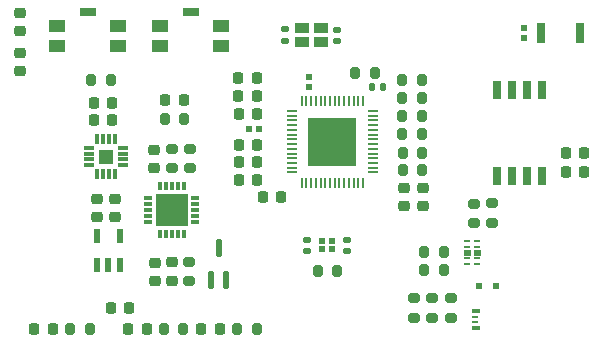
<source format=gbr>
%TF.GenerationSoftware,KiCad,Pcbnew,9.0.2-9.0.2-0~ubuntu22.04.1*%
%TF.CreationDate,2025-07-24T10:37:48-04:00*%
%TF.ProjectId,jarvis,6a617276-6973-42e6-9b69-6361645f7063,rev?*%
%TF.SameCoordinates,Original*%
%TF.FileFunction,Paste,Top*%
%TF.FilePolarity,Positive*%
%FSLAX46Y46*%
G04 Gerber Fmt 4.6, Leading zero omitted, Abs format (unit mm)*
G04 Created by KiCad (PCBNEW 9.0.2-9.0.2-0~ubuntu22.04.1) date 2025-07-24 10:37:48*
%MOMM*%
%LPD*%
G01*
G04 APERTURE LIST*
G04 Aperture macros list*
%AMRoundRect*
0 Rectangle with rounded corners*
0 $1 Rounding radius*
0 $2 $3 $4 $5 $6 $7 $8 $9 X,Y pos of 4 corners*
0 Add a 4 corners polygon primitive as box body*
4,1,4,$2,$3,$4,$5,$6,$7,$8,$9,$2,$3,0*
0 Add four circle primitives for the rounded corners*
1,1,$1+$1,$2,$3*
1,1,$1+$1,$4,$5*
1,1,$1+$1,$6,$7*
1,1,$1+$1,$8,$9*
0 Add four rect primitives between the rounded corners*
20,1,$1+$1,$2,$3,$4,$5,0*
20,1,$1+$1,$4,$5,$6,$7,0*
20,1,$1+$1,$6,$7,$8,$9,0*
20,1,$1+$1,$8,$9,$2,$3,0*%
G04 Aperture macros list end*
%ADD10C,0.010000*%
%ADD11R,0.711200X0.304800*%
%ADD12R,0.508000X0.254000*%
%ADD13RoundRect,0.200000X0.275000X-0.200000X0.275000X0.200000X-0.275000X0.200000X-0.275000X-0.200000X0*%
%ADD14RoundRect,0.218750X-0.218750X-0.256250X0.218750X-0.256250X0.218750X0.256250X-0.218750X0.256250X0*%
%ADD15R,1.450000X1.000000*%
%ADD16R,1.400000X0.650000*%
%ADD17RoundRect,0.200000X-0.200000X-0.275000X0.200000X-0.275000X0.200000X0.275000X-0.200000X0.275000X0*%
%ADD18RoundRect,0.112500X-0.112500X-0.637500X0.112500X-0.637500X0.112500X0.637500X-0.112500X0.637500X0*%
%ADD19R,0.600000X0.540000*%
%ADD20R,0.762000X1.701800*%
%ADD21R,2.800000X2.800000*%
%ADD22R,0.800000X0.300000*%
%ADD23R,0.300000X0.800000*%
%ADD24R,0.520000X0.470000*%
%ADD25RoundRect,0.225000X0.225000X0.250000X-0.225000X0.250000X-0.225000X-0.250000X0.225000X-0.250000X0*%
%ADD26RoundRect,0.225000X-0.225000X-0.250000X0.225000X-0.250000X0.225000X0.250000X-0.225000X0.250000X0*%
%ADD27R,0.300000X0.850000*%
%ADD28R,0.850000X0.300000*%
%ADD29R,1.250000X1.250000*%
%ADD30RoundRect,0.225000X0.250000X-0.225000X0.250000X0.225000X-0.250000X0.225000X-0.250000X-0.225000X0*%
%ADD31R,1.200000X0.850000*%
%ADD32RoundRect,0.140000X-0.140000X-0.170000X0.140000X-0.170000X0.140000X0.170000X-0.140000X0.170000X0*%
%ADD33RoundRect,0.140000X-0.170000X0.140000X-0.170000X-0.140000X0.170000X-0.140000X0.170000X0.140000X0*%
%ADD34RoundRect,0.200000X-0.275000X0.200000X-0.275000X-0.200000X0.275000X-0.200000X0.275000X0.200000X0*%
%ADD35RoundRect,0.050000X0.232500X0.050000X-0.232500X0.050000X-0.232500X-0.050000X0.232500X-0.050000X0*%
%ADD36RoundRect,0.225000X-0.250000X0.225000X-0.250000X-0.225000X0.250000X-0.225000X0.250000X0.225000X0*%
%ADD37RoundRect,0.200000X0.200000X0.275000X-0.200000X0.275000X-0.200000X-0.275000X0.200000X-0.275000X0*%
%ADD38R,0.540000X0.600000*%
%ADD39R,0.500000X0.600000*%
%ADD40R,0.600000X1.250000*%
%ADD41R,0.650000X1.650000*%
%ADD42R,0.850000X0.200000*%
%ADD43R,0.200000X0.850000*%
%ADD44R,4.050000X4.050000*%
%ADD45RoundRect,0.140000X0.170000X-0.140000X0.170000X0.140000X-0.170000X0.140000X-0.170000X-0.140000X0*%
G04 APERTURE END LIST*
D10*
%TO.C,U1*%
X172225500Y-122321000D02*
X172227500Y-122321000D01*
X172230500Y-122322000D01*
X172232500Y-122322000D01*
X172235500Y-122323000D01*
X172237500Y-122324000D01*
X172240500Y-122325000D01*
X172242500Y-122327000D01*
X172244500Y-122328000D01*
X172246500Y-122330000D01*
X172248500Y-122331000D01*
X172250500Y-122333000D01*
X172252500Y-122335000D01*
X172254500Y-122337000D01*
X172256500Y-122339000D01*
X172257500Y-122341000D01*
X172259500Y-122343000D01*
X172260500Y-122345000D01*
X172262500Y-122347000D01*
X172263500Y-122350000D01*
X172264500Y-122352000D01*
X172265500Y-122355000D01*
X172265500Y-122357000D01*
X172266500Y-122360000D01*
X172266500Y-122362000D01*
X172267500Y-122365000D01*
X172267500Y-122367000D01*
X172267500Y-122370000D01*
X172267500Y-122630000D01*
X172267500Y-122633000D01*
X172267500Y-122635000D01*
X172266500Y-122638000D01*
X172266500Y-122640000D01*
X172265500Y-122643000D01*
X172265500Y-122645000D01*
X172264500Y-122648000D01*
X172263500Y-122650000D01*
X172262500Y-122653000D01*
X172260500Y-122655000D01*
X172259500Y-122657000D01*
X172257500Y-122659000D01*
X172256500Y-122661000D01*
X172254500Y-122663000D01*
X172252500Y-122665000D01*
X172250500Y-122667000D01*
X172248500Y-122669000D01*
X172246500Y-122670000D01*
X172244500Y-122672000D01*
X172242500Y-122673000D01*
X172240500Y-122675000D01*
X172237500Y-122676000D01*
X172235500Y-122677000D01*
X172232500Y-122678000D01*
X172230500Y-122678000D01*
X172227500Y-122679000D01*
X172225500Y-122679000D01*
X172222500Y-122680000D01*
X172220500Y-122680000D01*
X172217500Y-122680000D01*
X171750500Y-122680000D01*
X171747500Y-122680000D01*
X171745500Y-122680000D01*
X171742500Y-122679000D01*
X171740500Y-122679000D01*
X171737500Y-122678000D01*
X171735500Y-122678000D01*
X171732500Y-122677000D01*
X171730500Y-122676000D01*
X171728500Y-122675000D01*
X171726500Y-122674000D01*
X171724500Y-122672000D01*
X171722500Y-122671000D01*
X171720500Y-122669000D01*
X171718500Y-122668000D01*
X171716500Y-122666000D01*
X171714500Y-122664000D01*
X171713500Y-122662000D01*
X171711500Y-122660000D01*
X171710500Y-122658000D01*
X171708500Y-122656000D01*
X171707500Y-122654000D01*
X171706500Y-122652000D01*
X171705500Y-122650000D01*
X171704500Y-122647000D01*
X171704500Y-122645000D01*
X171703500Y-122642000D01*
X171703500Y-122640000D01*
X171702500Y-122637000D01*
X171702500Y-122635000D01*
X171702500Y-122633000D01*
X171702500Y-122370000D01*
X171702500Y-122367000D01*
X171702500Y-122365000D01*
X171703500Y-122362000D01*
X171703500Y-122360000D01*
X171704500Y-122357000D01*
X171704500Y-122355000D01*
X171705500Y-122352000D01*
X171706500Y-122350000D01*
X171707500Y-122347000D01*
X171709500Y-122345000D01*
X171710500Y-122343000D01*
X171712500Y-122341000D01*
X171713500Y-122339000D01*
X171715500Y-122337000D01*
X171717500Y-122335000D01*
X171719500Y-122333000D01*
X171721500Y-122331000D01*
X171723500Y-122330000D01*
X171725500Y-122328000D01*
X171727500Y-122327000D01*
X171729500Y-122325000D01*
X171732500Y-122324000D01*
X171734500Y-122323000D01*
X171737500Y-122322000D01*
X171739500Y-122322000D01*
X171742500Y-122321000D01*
X171744500Y-122321000D01*
X171747500Y-122320000D01*
X171749500Y-122320000D01*
X171752500Y-122320000D01*
X172217500Y-122320000D01*
X172220500Y-122320000D01*
X172222500Y-122320000D01*
X172225500Y-122321000D01*
G36*
X172225500Y-122321000D02*
G01*
X172227500Y-122321000D01*
X172230500Y-122322000D01*
X172232500Y-122322000D01*
X172235500Y-122323000D01*
X172237500Y-122324000D01*
X172240500Y-122325000D01*
X172242500Y-122327000D01*
X172244500Y-122328000D01*
X172246500Y-122330000D01*
X172248500Y-122331000D01*
X172250500Y-122333000D01*
X172252500Y-122335000D01*
X172254500Y-122337000D01*
X172256500Y-122339000D01*
X172257500Y-122341000D01*
X172259500Y-122343000D01*
X172260500Y-122345000D01*
X172262500Y-122347000D01*
X172263500Y-122350000D01*
X172264500Y-122352000D01*
X172265500Y-122355000D01*
X172265500Y-122357000D01*
X172266500Y-122360000D01*
X172266500Y-122362000D01*
X172267500Y-122365000D01*
X172267500Y-122367000D01*
X172267500Y-122370000D01*
X172267500Y-122630000D01*
X172267500Y-122633000D01*
X172267500Y-122635000D01*
X172266500Y-122638000D01*
X172266500Y-122640000D01*
X172265500Y-122643000D01*
X172265500Y-122645000D01*
X172264500Y-122648000D01*
X172263500Y-122650000D01*
X172262500Y-122653000D01*
X172260500Y-122655000D01*
X172259500Y-122657000D01*
X172257500Y-122659000D01*
X172256500Y-122661000D01*
X172254500Y-122663000D01*
X172252500Y-122665000D01*
X172250500Y-122667000D01*
X172248500Y-122669000D01*
X172246500Y-122670000D01*
X172244500Y-122672000D01*
X172242500Y-122673000D01*
X172240500Y-122675000D01*
X172237500Y-122676000D01*
X172235500Y-122677000D01*
X172232500Y-122678000D01*
X172230500Y-122678000D01*
X172227500Y-122679000D01*
X172225500Y-122679000D01*
X172222500Y-122680000D01*
X172220500Y-122680000D01*
X172217500Y-122680000D01*
X171750500Y-122680000D01*
X171747500Y-122680000D01*
X171745500Y-122680000D01*
X171742500Y-122679000D01*
X171740500Y-122679000D01*
X171737500Y-122678000D01*
X171735500Y-122678000D01*
X171732500Y-122677000D01*
X171730500Y-122676000D01*
X171728500Y-122675000D01*
X171726500Y-122674000D01*
X171724500Y-122672000D01*
X171722500Y-122671000D01*
X171720500Y-122669000D01*
X171718500Y-122668000D01*
X171716500Y-122666000D01*
X171714500Y-122664000D01*
X171713500Y-122662000D01*
X171711500Y-122660000D01*
X171710500Y-122658000D01*
X171708500Y-122656000D01*
X171707500Y-122654000D01*
X171706500Y-122652000D01*
X171705500Y-122650000D01*
X171704500Y-122647000D01*
X171704500Y-122645000D01*
X171703500Y-122642000D01*
X171703500Y-122640000D01*
X171702500Y-122637000D01*
X171702500Y-122635000D01*
X171702500Y-122633000D01*
X171702500Y-122370000D01*
X171702500Y-122367000D01*
X171702500Y-122365000D01*
X171703500Y-122362000D01*
X171703500Y-122360000D01*
X171704500Y-122357000D01*
X171704500Y-122355000D01*
X171705500Y-122352000D01*
X171706500Y-122350000D01*
X171707500Y-122347000D01*
X171709500Y-122345000D01*
X171710500Y-122343000D01*
X171712500Y-122341000D01*
X171713500Y-122339000D01*
X171715500Y-122337000D01*
X171717500Y-122335000D01*
X171719500Y-122333000D01*
X171721500Y-122331000D01*
X171723500Y-122330000D01*
X171725500Y-122328000D01*
X171727500Y-122327000D01*
X171729500Y-122325000D01*
X171732500Y-122324000D01*
X171734500Y-122323000D01*
X171737500Y-122322000D01*
X171739500Y-122322000D01*
X171742500Y-122321000D01*
X171744500Y-122321000D01*
X171747500Y-122320000D01*
X171749500Y-122320000D01*
X171752500Y-122320000D01*
X172217500Y-122320000D01*
X172220500Y-122320000D01*
X172222500Y-122320000D01*
X172225500Y-122321000D01*
G37*
X173060500Y-122321000D02*
X173062500Y-122321000D01*
X173065500Y-122322000D01*
X173067500Y-122322000D01*
X173070500Y-122323000D01*
X173072500Y-122324000D01*
X173075500Y-122325000D01*
X173077500Y-122327000D01*
X173079500Y-122328000D01*
X173081500Y-122330000D01*
X173083500Y-122331000D01*
X173085500Y-122333000D01*
X173087500Y-122335000D01*
X173089500Y-122337000D01*
X173091500Y-122339000D01*
X173092500Y-122341000D01*
X173094500Y-122343000D01*
X173095500Y-122345000D01*
X173097500Y-122347000D01*
X173098500Y-122350000D01*
X173099500Y-122352000D01*
X173100500Y-122355000D01*
X173100500Y-122357000D01*
X173101500Y-122360000D01*
X173101500Y-122362000D01*
X173102500Y-122365000D01*
X173102500Y-122367000D01*
X173102500Y-122370000D01*
X173102500Y-122630000D01*
X173102500Y-122633000D01*
X173102500Y-122635000D01*
X173101500Y-122638000D01*
X173101500Y-122640000D01*
X173100500Y-122643000D01*
X173100500Y-122645000D01*
X173099500Y-122648000D01*
X173098500Y-122650000D01*
X173097500Y-122653000D01*
X173095500Y-122655000D01*
X173094500Y-122657000D01*
X173092500Y-122659000D01*
X173091500Y-122661000D01*
X173089500Y-122663000D01*
X173087500Y-122665000D01*
X173085500Y-122667000D01*
X173083500Y-122669000D01*
X173081500Y-122670000D01*
X173079500Y-122672000D01*
X173077500Y-122673000D01*
X173075500Y-122675000D01*
X173072500Y-122676000D01*
X173070500Y-122677000D01*
X173067500Y-122678000D01*
X173065500Y-122678000D01*
X173062500Y-122679000D01*
X173060500Y-122679000D01*
X173057500Y-122680000D01*
X173055500Y-122680000D01*
X173052500Y-122680000D01*
X172584500Y-122680000D01*
X172582500Y-122680000D01*
X172580500Y-122680000D01*
X172577500Y-122679000D01*
X172575500Y-122679000D01*
X172572500Y-122678000D01*
X172570500Y-122678000D01*
X172567500Y-122677000D01*
X172565500Y-122676000D01*
X172563500Y-122675000D01*
X172561500Y-122674000D01*
X172559500Y-122672000D01*
X172557500Y-122671000D01*
X172555500Y-122669000D01*
X172553500Y-122668000D01*
X172551500Y-122666000D01*
X172549500Y-122664000D01*
X172548500Y-122662000D01*
X172546500Y-122660000D01*
X172545500Y-122658000D01*
X172543500Y-122656000D01*
X172542500Y-122654000D01*
X172541500Y-122652000D01*
X172540500Y-122650000D01*
X172539500Y-122647000D01*
X172539500Y-122645000D01*
X172538500Y-122642000D01*
X172538500Y-122640000D01*
X172537500Y-122637000D01*
X172537500Y-122635000D01*
X172537500Y-122633000D01*
X172537500Y-122370000D01*
X172537500Y-122367000D01*
X172537500Y-122365000D01*
X172538500Y-122362000D01*
X172538500Y-122360000D01*
X172539500Y-122357000D01*
X172539500Y-122355000D01*
X172540500Y-122352000D01*
X172541500Y-122350000D01*
X172542500Y-122347000D01*
X172544500Y-122345000D01*
X172545500Y-122343000D01*
X172547500Y-122341000D01*
X172548500Y-122339000D01*
X172550500Y-122337000D01*
X172552500Y-122335000D01*
X172554500Y-122333000D01*
X172556500Y-122331000D01*
X172558500Y-122330000D01*
X172560500Y-122328000D01*
X172562500Y-122327000D01*
X172564500Y-122325000D01*
X172567500Y-122324000D01*
X172569500Y-122323000D01*
X172572500Y-122322000D01*
X172574500Y-122322000D01*
X172577500Y-122321000D01*
X172579500Y-122321000D01*
X172582500Y-122320000D01*
X172584500Y-122320000D01*
X172587500Y-122320000D01*
X173052500Y-122320000D01*
X173055500Y-122320000D01*
X173057500Y-122320000D01*
X173060500Y-122321000D01*
G36*
X173060500Y-122321000D02*
G01*
X173062500Y-122321000D01*
X173065500Y-122322000D01*
X173067500Y-122322000D01*
X173070500Y-122323000D01*
X173072500Y-122324000D01*
X173075500Y-122325000D01*
X173077500Y-122327000D01*
X173079500Y-122328000D01*
X173081500Y-122330000D01*
X173083500Y-122331000D01*
X173085500Y-122333000D01*
X173087500Y-122335000D01*
X173089500Y-122337000D01*
X173091500Y-122339000D01*
X173092500Y-122341000D01*
X173094500Y-122343000D01*
X173095500Y-122345000D01*
X173097500Y-122347000D01*
X173098500Y-122350000D01*
X173099500Y-122352000D01*
X173100500Y-122355000D01*
X173100500Y-122357000D01*
X173101500Y-122360000D01*
X173101500Y-122362000D01*
X173102500Y-122365000D01*
X173102500Y-122367000D01*
X173102500Y-122370000D01*
X173102500Y-122630000D01*
X173102500Y-122633000D01*
X173102500Y-122635000D01*
X173101500Y-122638000D01*
X173101500Y-122640000D01*
X173100500Y-122643000D01*
X173100500Y-122645000D01*
X173099500Y-122648000D01*
X173098500Y-122650000D01*
X173097500Y-122653000D01*
X173095500Y-122655000D01*
X173094500Y-122657000D01*
X173092500Y-122659000D01*
X173091500Y-122661000D01*
X173089500Y-122663000D01*
X173087500Y-122665000D01*
X173085500Y-122667000D01*
X173083500Y-122669000D01*
X173081500Y-122670000D01*
X173079500Y-122672000D01*
X173077500Y-122673000D01*
X173075500Y-122675000D01*
X173072500Y-122676000D01*
X173070500Y-122677000D01*
X173067500Y-122678000D01*
X173065500Y-122678000D01*
X173062500Y-122679000D01*
X173060500Y-122679000D01*
X173057500Y-122680000D01*
X173055500Y-122680000D01*
X173052500Y-122680000D01*
X172584500Y-122680000D01*
X172582500Y-122680000D01*
X172580500Y-122680000D01*
X172577500Y-122679000D01*
X172575500Y-122679000D01*
X172572500Y-122678000D01*
X172570500Y-122678000D01*
X172567500Y-122677000D01*
X172565500Y-122676000D01*
X172563500Y-122675000D01*
X172561500Y-122674000D01*
X172559500Y-122672000D01*
X172557500Y-122671000D01*
X172555500Y-122669000D01*
X172553500Y-122668000D01*
X172551500Y-122666000D01*
X172549500Y-122664000D01*
X172548500Y-122662000D01*
X172546500Y-122660000D01*
X172545500Y-122658000D01*
X172543500Y-122656000D01*
X172542500Y-122654000D01*
X172541500Y-122652000D01*
X172540500Y-122650000D01*
X172539500Y-122647000D01*
X172539500Y-122645000D01*
X172538500Y-122642000D01*
X172538500Y-122640000D01*
X172537500Y-122637000D01*
X172537500Y-122635000D01*
X172537500Y-122633000D01*
X172537500Y-122370000D01*
X172537500Y-122367000D01*
X172537500Y-122365000D01*
X172538500Y-122362000D01*
X172538500Y-122360000D01*
X172539500Y-122357000D01*
X172539500Y-122355000D01*
X172540500Y-122352000D01*
X172541500Y-122350000D01*
X172542500Y-122347000D01*
X172544500Y-122345000D01*
X172545500Y-122343000D01*
X172547500Y-122341000D01*
X172548500Y-122339000D01*
X172550500Y-122337000D01*
X172552500Y-122335000D01*
X172554500Y-122333000D01*
X172556500Y-122331000D01*
X172558500Y-122330000D01*
X172560500Y-122328000D01*
X172562500Y-122327000D01*
X172564500Y-122325000D01*
X172567500Y-122324000D01*
X172569500Y-122323000D01*
X172572500Y-122322000D01*
X172574500Y-122322000D01*
X172577500Y-122321000D01*
X172579500Y-122321000D01*
X172582500Y-122320000D01*
X172584500Y-122320000D01*
X172587500Y-122320000D01*
X173052500Y-122320000D01*
X173055500Y-122320000D01*
X173057500Y-122320000D01*
X173060500Y-122321000D01*
G37*
%TD*%
D11*
%TO.C,LED1*%
X172783600Y-128860001D03*
D12*
X172683600Y-128385001D03*
X172683600Y-127934999D03*
D11*
X172783600Y-127459999D03*
%TD*%
D13*
%TO.C,R23*%
X170640000Y-128035000D03*
X170640000Y-126385000D03*
%TD*%
%TO.C,R22*%
X169060000Y-128025000D03*
X169060000Y-126375000D03*
%TD*%
%TO.C,R21*%
X167480000Y-128035000D03*
X167480000Y-126385000D03*
%TD*%
D14*
%TO.C,D5*%
X149482500Y-128980000D03*
X151057500Y-128980000D03*
%TD*%
%TO.C,D4*%
X143282500Y-129000000D03*
X144857500Y-129000000D03*
%TD*%
%TO.C,D3*%
X135352500Y-128970000D03*
X136927500Y-128970000D03*
%TD*%
D15*
%TO.C,S2*%
X142460000Y-103290000D03*
X142460000Y-104990000D03*
X137310000Y-103290000D03*
X137310000Y-104990000D03*
D16*
X139885000Y-102115000D03*
%TD*%
D15*
%TO.C,S1*%
X151160000Y-103300000D03*
X151160000Y-105000000D03*
X146010000Y-103300000D03*
X146010000Y-105000000D03*
D16*
X148585000Y-102125000D03*
%TD*%
D17*
%TO.C,R20*%
X146325000Y-128990000D03*
X147975000Y-128990000D03*
%TD*%
%TO.C,R19*%
X152515000Y-128980000D03*
X154165000Y-128980000D03*
%TD*%
%TO.C,R18*%
X138405000Y-128970000D03*
X140055000Y-128970000D03*
%TD*%
D18*
%TO.C,D2*%
X150300000Y-124820000D03*
X151600000Y-124820000D03*
X150950000Y-122160000D03*
%TD*%
D17*
%TO.C,R17*%
X140165000Y-107860000D03*
X141815000Y-107860000D03*
%TD*%
D19*
%TO.C,L3*%
X176840000Y-103478000D03*
X176840000Y-104342000D03*
%TD*%
D20*
%TO.C,AE1*%
X181596400Y-103930000D03*
X178243600Y-103930000D03*
%TD*%
D21*
%TO.C,IC3*%
X146990000Y-118900000D03*
D22*
X144990000Y-119900000D03*
X144990000Y-119400000D03*
X144990000Y-118900000D03*
X144990000Y-118400000D03*
X144990000Y-117900000D03*
D23*
X145990000Y-116900000D03*
X146490000Y-116900000D03*
X146990000Y-116900000D03*
X147490000Y-116900000D03*
X147990000Y-116900000D03*
D22*
X148990000Y-117900000D03*
X148990000Y-118400000D03*
X148990000Y-118900000D03*
X148990000Y-119400000D03*
X148990000Y-119900000D03*
D23*
X147990000Y-120900000D03*
X147490000Y-120900000D03*
X146990000Y-120900000D03*
X146490000Y-120900000D03*
X145990000Y-120900000D03*
%TD*%
D24*
%TO.C,Y3*%
X159748162Y-121555000D03*
X160568162Y-121555000D03*
X160568162Y-122225000D03*
X159748162Y-122225000D03*
%TD*%
D25*
%TO.C,C26*%
X181890000Y-114090000D03*
X180340000Y-114090000D03*
%TD*%
%TO.C,C4*%
X143395000Y-127210000D03*
X141845000Y-127210000D03*
%TD*%
D26*
%TO.C,C13*%
X152660000Y-114870000D03*
X154210000Y-114870000D03*
%TD*%
D25*
%TO.C,C7*%
X154165000Y-109240000D03*
X152615000Y-109240000D03*
%TD*%
D17*
%TO.C,R9*%
X162535000Y-107310000D03*
X164185000Y-107310000D03*
%TD*%
%TO.C,R15*%
X166555000Y-115560000D03*
X168205000Y-115560000D03*
%TD*%
D27*
%TO.C,IC2*%
X142150000Y-112930000D03*
X141650000Y-112930000D03*
X141150000Y-112930000D03*
X140650000Y-112930000D03*
D28*
X139950000Y-113630000D03*
X139950000Y-114130000D03*
X139950000Y-114630000D03*
X139950000Y-115130000D03*
D27*
X140650000Y-115830000D03*
X141150000Y-115830000D03*
X141650000Y-115830000D03*
X142150000Y-115830000D03*
D28*
X142850000Y-115130000D03*
X142850000Y-114630000D03*
X142850000Y-114130000D03*
X142850000Y-113630000D03*
D29*
X141400000Y-114380000D03*
%TD*%
D17*
%TO.C,R12*%
X166520000Y-109430000D03*
X168170000Y-109430000D03*
%TD*%
D19*
%TO.C,L1*%
X158590000Y-108502000D03*
X158590000Y-107638000D03*
%TD*%
D30*
%TO.C,C17*%
X168220000Y-118590000D03*
X168220000Y-117040000D03*
%TD*%
D31*
%TO.C,Y2*%
X157998000Y-104690000D03*
X159622000Y-104690000D03*
X159622000Y-103490000D03*
X157998000Y-103490000D03*
%TD*%
D25*
%TO.C,C27*%
X181885000Y-115690000D03*
X180335000Y-115690000D03*
%TD*%
D32*
%TO.C,C18*%
X163910000Y-108500000D03*
X164870000Y-108500000D03*
%TD*%
D33*
%TO.C,C10*%
X161858162Y-121445000D03*
X161858162Y-122405000D03*
%TD*%
D34*
%TO.C,R6*%
X172590000Y-118375000D03*
X172590000Y-120025000D03*
%TD*%
D25*
%TO.C,C24*%
X141945000Y-111320000D03*
X140395000Y-111320000D03*
%TD*%
%TO.C,C15*%
X156235000Y-117830000D03*
X154685000Y-117830000D03*
%TD*%
D35*
%TO.C,U1*%
X172820000Y-123500000D03*
X172820000Y-123000000D03*
X172820000Y-122000000D03*
X172820000Y-121500000D03*
X171985000Y-121500000D03*
X171985000Y-122000000D03*
X171985000Y-123000000D03*
X171985000Y-123500000D03*
%TD*%
D36*
%TO.C,C3*%
X146990000Y-123350000D03*
X146990000Y-124900000D03*
%TD*%
D30*
%TO.C,C19*%
X166630000Y-118570000D03*
X166630000Y-117020000D03*
%TD*%
D25*
%TO.C,C25*%
X141970000Y-109830000D03*
X140420000Y-109830000D03*
%TD*%
D37*
%TO.C,R5*%
X170035000Y-122460000D03*
X168385000Y-122460000D03*
%TD*%
D30*
%TO.C,C2*%
X145530000Y-124905000D03*
X145530000Y-123355000D03*
%TD*%
D38*
%TO.C,L2*%
X153503000Y-112070000D03*
X154367000Y-112070000D03*
%TD*%
D36*
%TO.C,C22*%
X134160000Y-105575000D03*
X134160000Y-107125000D03*
%TD*%
D26*
%TO.C,C12*%
X152660000Y-113370000D03*
X154210000Y-113370000D03*
%TD*%
D30*
%TO.C,C23*%
X134140000Y-103765000D03*
X134140000Y-102215000D03*
%TD*%
D13*
%TO.C,R1*%
X148480000Y-124960000D03*
X148480000Y-123310000D03*
%TD*%
D36*
%TO.C,C6*%
X142170000Y-117980000D03*
X142170000Y-119530000D03*
%TD*%
D17*
%TO.C,R7*%
X159348162Y-124080000D03*
X160998162Y-124080000D03*
%TD*%
%TO.C,R11*%
X166520000Y-110970000D03*
X168170000Y-110970000D03*
%TD*%
D30*
%TO.C,C1*%
X145450000Y-115340000D03*
X145450000Y-113790000D03*
%TD*%
D13*
%TO.C,R2*%
X146980000Y-115385000D03*
X146980000Y-113735000D03*
%TD*%
D17*
%TO.C,R8*%
X146400000Y-111170000D03*
X148050000Y-111170000D03*
%TD*%
D25*
%TO.C,C11*%
X154210000Y-110770000D03*
X152660000Y-110770000D03*
%TD*%
D13*
%TO.C,R3*%
X174080000Y-119995000D03*
X174080000Y-118345000D03*
%TD*%
D39*
%TO.C,D1*%
X173030000Y-125380000D03*
X174430000Y-125380000D03*
%TD*%
D25*
%TO.C,C8*%
X154165000Y-107740000D03*
X152615000Y-107740000D03*
%TD*%
D17*
%TO.C,R14*%
X166545000Y-114060000D03*
X168195000Y-114060000D03*
%TD*%
D36*
%TO.C,C5*%
X140620000Y-117980000D03*
X140620000Y-119530000D03*
%TD*%
D33*
%TO.C,C14*%
X156600000Y-103600000D03*
X156600000Y-104560000D03*
%TD*%
D25*
%TO.C,C21*%
X148000000Y-109570000D03*
X146450000Y-109570000D03*
%TD*%
D33*
%TO.C,C16*%
X161010000Y-103670000D03*
X161010000Y-104630000D03*
%TD*%
D37*
%TO.C,R4*%
X170015000Y-123970000D03*
X168365000Y-123970000D03*
%TD*%
D17*
%TO.C,R10*%
X166525000Y-112500000D03*
X168175000Y-112500000D03*
%TD*%
D40*
%TO.C,IC4*%
X140670000Y-123605000D03*
X141620000Y-123605000D03*
X142570000Y-123605000D03*
X142570000Y-121105000D03*
X140670000Y-121105000D03*
%TD*%
D41*
%TO.C,IC5*%
X178325000Y-108790000D03*
X177055000Y-108790000D03*
X175785000Y-108790000D03*
X174515000Y-108790000D03*
X174515000Y-115990000D03*
X175785000Y-115990000D03*
X177055000Y-115990000D03*
X178325000Y-115990000D03*
%TD*%
D42*
%TO.C,IC1*%
X157140000Y-110530000D03*
X157140000Y-110930000D03*
X157140000Y-111330000D03*
X157140000Y-111730000D03*
X157140000Y-112130000D03*
X157140000Y-112530000D03*
X157140000Y-112930000D03*
X157140000Y-113330000D03*
X157140000Y-113730000D03*
X157140000Y-114130000D03*
X157140000Y-114530000D03*
X157140000Y-114930000D03*
X157140000Y-115330000D03*
X157140000Y-115730000D03*
D43*
X157990000Y-116580000D03*
X158390000Y-116580000D03*
X158790000Y-116580000D03*
X159190000Y-116580000D03*
X159590000Y-116580000D03*
X159990000Y-116580000D03*
X160390000Y-116580000D03*
X160790000Y-116580000D03*
X161190000Y-116580000D03*
X161590000Y-116580000D03*
X161990000Y-116580000D03*
X162390000Y-116580000D03*
X162790000Y-116580000D03*
X163190000Y-116580000D03*
D42*
X164040000Y-115730000D03*
X164040000Y-115330000D03*
X164040000Y-114930000D03*
X164040000Y-114530000D03*
X164040000Y-114130000D03*
X164040000Y-113730000D03*
X164040000Y-113330000D03*
X164040000Y-112930000D03*
X164040000Y-112530000D03*
X164040000Y-112130000D03*
X164040000Y-111730000D03*
X164040000Y-111330000D03*
X164040000Y-110930000D03*
X164040000Y-110530000D03*
D43*
X163190000Y-109680000D03*
X162790000Y-109680000D03*
X162390000Y-109680000D03*
X161990000Y-109680000D03*
X161590000Y-109680000D03*
X161190000Y-109680000D03*
X160790000Y-109680000D03*
X160390000Y-109680000D03*
X159990000Y-109680000D03*
X159590000Y-109680000D03*
X159190000Y-109680000D03*
X158790000Y-109680000D03*
X158390000Y-109680000D03*
X157990000Y-109680000D03*
D44*
X160590000Y-113130000D03*
%TD*%
D45*
%TO.C,C9*%
X158458162Y-122395000D03*
X158458162Y-121435000D03*
%TD*%
D17*
%TO.C,R13*%
X166515000Y-107880000D03*
X168165000Y-107880000D03*
%TD*%
D13*
%TO.C,R16*%
X148510000Y-115375000D03*
X148510000Y-113725000D03*
%TD*%
D26*
%TO.C,C20*%
X152660000Y-116370000D03*
X154210000Y-116370000D03*
%TD*%
M02*

</source>
